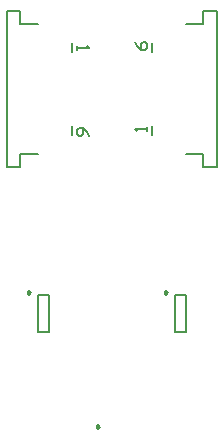
<source format=gto>
G04*
G04 #@! TF.GenerationSoftware,Altium Limited,Altium Designer,19.1.8 (144)*
G04*
G04 Layer_Color=65535*
%FSLAX25Y25*%
%MOIN*%
G70*
G01*
G75*
%ADD10C,0.00984*%
%ADD11C,0.00787*%
%ADD12C,0.00600*%
D10*
X35138Y103937D02*
X34400Y104363D01*
Y103511D01*
X35138Y103937D01*
X57677Y148721D02*
X56939Y149147D01*
Y148294D01*
X57677Y148721D01*
X12008D02*
X11270Y149147D01*
Y148294D01*
X12008Y148721D01*
D11*
X26083Y228740D02*
Y231890D01*
X8858Y238189D02*
Y242421D01*
X4232Y190650D02*
Y242421D01*
X8858D01*
Y238189D02*
X14567D01*
X26083Y201181D02*
Y204331D01*
X8858Y194882D02*
X14567D01*
X4232Y190650D02*
X8858D01*
Y194882D01*
X60236Y147835D02*
X64173D01*
X60236Y135630D02*
X64173D01*
X60236D02*
Y147835D01*
X64173Y135630D02*
Y147835D01*
X14567D02*
X18504D01*
X14567Y135630D02*
X18504D01*
X14567D02*
Y147835D01*
X18504Y135630D02*
Y147835D01*
X52658Y201181D02*
Y204331D01*
X69882Y190650D02*
Y194882D01*
X74508Y190650D02*
Y242421D01*
X69882Y190650D02*
X74508D01*
X64173Y194882D02*
X69882D01*
X52658Y228740D02*
Y231890D01*
X64173Y238189D02*
X69882D01*
Y242421D02*
X74508D01*
X69882Y238189D02*
Y242421D01*
D12*
X27756Y230709D02*
Y229376D01*
Y230042D01*
X31755D01*
X31088Y230709D01*
X31755Y200877D02*
X31088Y202210D01*
X29755Y203543D01*
X28422D01*
X27756Y202877D01*
Y201544D01*
X28422Y200877D01*
X29089D01*
X29755Y201544D01*
Y203543D01*
X50984Y202362D02*
Y203695D01*
Y203029D01*
X46986D01*
X47652Y202362D01*
X46986Y232193D02*
X47652Y230860D01*
X48985Y229528D01*
X50318D01*
X50984Y230194D01*
Y231527D01*
X50318Y232193D01*
X49651D01*
X48985Y231527D01*
Y229528D01*
M02*

</source>
